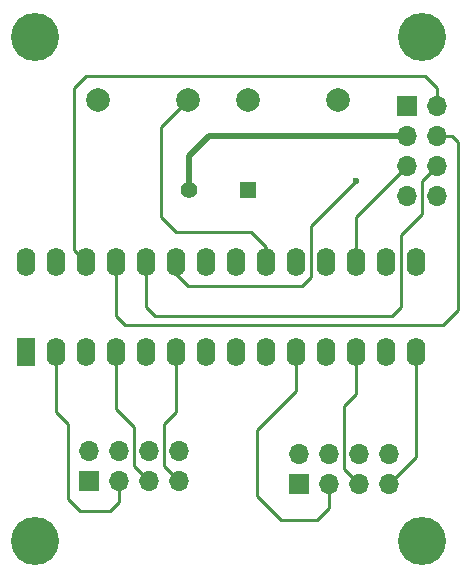
<source format=gbr>
G04 #@! TF.FileFunction,Copper,L2,Bot,Signal*
%FSLAX46Y46*%
G04 Gerber Fmt 4.6, Leading zero omitted, Abs format (unit mm)*
G04 Created by KiCad (PCBNEW 4.0.5) date 01/05/17 20:50:54*
%MOMM*%
%LPD*%
G01*
G04 APERTURE LIST*
%ADD10C,0.100000*%
%ADD11R,1.400000X1.400000*%
%ADD12C,1.400000*%
%ADD13R,1.700000X1.700000*%
%ADD14O,1.700000X1.700000*%
%ADD15C,1.998980*%
%ADD16R,1.600000X2.400000*%
%ADD17O,1.600000X2.400000*%
%ADD18C,4.064000*%
%ADD19C,0.600000*%
%ADD20C,0.500000*%
%ADD21C,0.250000*%
G04 APERTURE END LIST*
D10*
D11*
X132588000Y-105918000D03*
D12*
X127588000Y-105918000D03*
D13*
X146050000Y-98806000D03*
D14*
X148590000Y-98806000D03*
X146050000Y-101346000D03*
X148590000Y-101346000D03*
X146050000Y-103886000D03*
X148590000Y-103886000D03*
X146050000Y-106426000D03*
X148590000Y-106426000D03*
D13*
X119126000Y-130556000D03*
D14*
X119126000Y-128016000D03*
X121666000Y-130556000D03*
X121666000Y-128016000D03*
X124206000Y-130556000D03*
X124206000Y-128016000D03*
X126746000Y-130556000D03*
X126746000Y-128016000D03*
D13*
X136906000Y-130810000D03*
D14*
X136906000Y-128270000D03*
X139446000Y-130810000D03*
X139446000Y-128270000D03*
X141986000Y-130810000D03*
X141986000Y-128270000D03*
X144526000Y-130810000D03*
X144526000Y-128270000D03*
D15*
X132588000Y-98298000D03*
X140208000Y-98298000D03*
X127508000Y-98298000D03*
X119888000Y-98298000D03*
D16*
X113792000Y-119634000D03*
D17*
X146812000Y-112014000D03*
X116332000Y-119634000D03*
X144272000Y-112014000D03*
X118872000Y-119634000D03*
X141732000Y-112014000D03*
X121412000Y-119634000D03*
X139192000Y-112014000D03*
X123952000Y-119634000D03*
X136652000Y-112014000D03*
X126492000Y-119634000D03*
X134112000Y-112014000D03*
X129032000Y-119634000D03*
X131572000Y-112014000D03*
X131572000Y-119634000D03*
X129032000Y-112014000D03*
X134112000Y-119634000D03*
X126492000Y-112014000D03*
X136652000Y-119634000D03*
X123952000Y-112014000D03*
X139192000Y-119634000D03*
X121412000Y-112014000D03*
X141732000Y-119634000D03*
X118872000Y-112014000D03*
X144272000Y-119634000D03*
X116332000Y-112014000D03*
X146812000Y-119634000D03*
X113792000Y-112014000D03*
D18*
X147320000Y-92964000D03*
X114554000Y-135636000D03*
X147320000Y-135636000D03*
X114554000Y-92964000D03*
D19*
X141732000Y-105156000D03*
D20*
X146050000Y-101346000D02*
X129286000Y-101346000D01*
X127588000Y-103044000D02*
X127588000Y-105918000D01*
X129286000Y-101346000D02*
X127588000Y-103044000D01*
D21*
X148590000Y-98806000D02*
X148590000Y-97282000D01*
X117856000Y-110998000D02*
X118872000Y-112014000D01*
X117856000Y-97282000D02*
X117856000Y-110998000D01*
X118872000Y-96266000D02*
X117856000Y-97282000D01*
X147574000Y-96266000D02*
X118872000Y-96266000D01*
X148590000Y-97282000D02*
X147574000Y-96266000D01*
X148590000Y-101346000D02*
X149860000Y-101346000D01*
X121412000Y-116586000D02*
X121412000Y-112014000D01*
X122174000Y-117348000D02*
X121412000Y-116586000D01*
X149098000Y-117348000D02*
X122174000Y-117348000D01*
X150368000Y-116078000D02*
X149098000Y-117348000D01*
X150368000Y-101854000D02*
X150368000Y-116078000D01*
X149860000Y-101346000D02*
X150368000Y-101854000D01*
X141732000Y-112014000D02*
X141732000Y-108204000D01*
X141732000Y-108204000D02*
X146050000Y-103886000D01*
X148590000Y-103886000D02*
X147320000Y-105156000D01*
X123952000Y-115824000D02*
X123952000Y-112014000D01*
X124714000Y-116586000D02*
X123952000Y-115824000D01*
X144780000Y-116586000D02*
X124714000Y-116586000D01*
X145542000Y-115824000D02*
X144780000Y-116586000D01*
X145542000Y-109728000D02*
X145542000Y-115824000D01*
X147320000Y-107950000D02*
X145542000Y-109728000D01*
X147320000Y-105156000D02*
X147320000Y-107950000D01*
X123444000Y-111506000D02*
X123952000Y-112014000D01*
X126492000Y-112014000D02*
X126492000Y-113030000D01*
X126492000Y-113030000D02*
X127508000Y-114046000D01*
X127508000Y-114046000D02*
X137160000Y-114046000D01*
X137160000Y-114046000D02*
X137922000Y-113284000D01*
X137922000Y-113284000D02*
X137922000Y-108966000D01*
X137922000Y-108966000D02*
X141732000Y-105156000D01*
X116332000Y-119634000D02*
X116332000Y-124714000D01*
X121666000Y-132334000D02*
X121666000Y-130556000D01*
X120904000Y-133096000D02*
X121666000Y-132334000D01*
X118364000Y-133096000D02*
X120904000Y-133096000D01*
X117348000Y-132080000D02*
X118364000Y-133096000D01*
X117348000Y-125730000D02*
X117348000Y-132080000D01*
X116332000Y-124714000D02*
X117348000Y-125730000D01*
X121412000Y-119634000D02*
X121412000Y-124460000D01*
X122936000Y-129286000D02*
X124206000Y-130556000D01*
X122936000Y-125984000D02*
X122936000Y-129286000D01*
X121412000Y-124460000D02*
X122936000Y-125984000D01*
X126492000Y-119634000D02*
X126492000Y-124714000D01*
X125476000Y-129286000D02*
X126746000Y-130556000D01*
X125476000Y-125730000D02*
X125476000Y-129286000D01*
X126492000Y-124714000D02*
X125476000Y-125730000D01*
X136652000Y-119634000D02*
X136652000Y-122936000D01*
X139446000Y-132842000D02*
X139446000Y-130810000D01*
X138430000Y-133858000D02*
X139446000Y-132842000D01*
X135382000Y-133858000D02*
X138430000Y-133858000D01*
X133350000Y-131826000D02*
X135382000Y-133858000D01*
X133350000Y-126238000D02*
X133350000Y-131826000D01*
X136652000Y-122936000D02*
X133350000Y-126238000D01*
X141732000Y-119634000D02*
X141732000Y-123190000D01*
X140716000Y-129540000D02*
X141986000Y-130810000D01*
X140716000Y-124206000D02*
X140716000Y-129540000D01*
X141732000Y-123190000D02*
X140716000Y-124206000D01*
X146812000Y-119634000D02*
X146812000Y-128524000D01*
X146812000Y-128524000D02*
X144526000Y-130810000D01*
X134112000Y-112014000D02*
X134112000Y-110744000D01*
X125222000Y-100584000D02*
X127508000Y-98298000D01*
X125222000Y-108204000D02*
X125222000Y-100584000D01*
X126492000Y-109474000D02*
X125222000Y-108204000D01*
X132842000Y-109474000D02*
X126492000Y-109474000D01*
X134112000Y-110744000D02*
X132842000Y-109474000D01*
M02*

</source>
